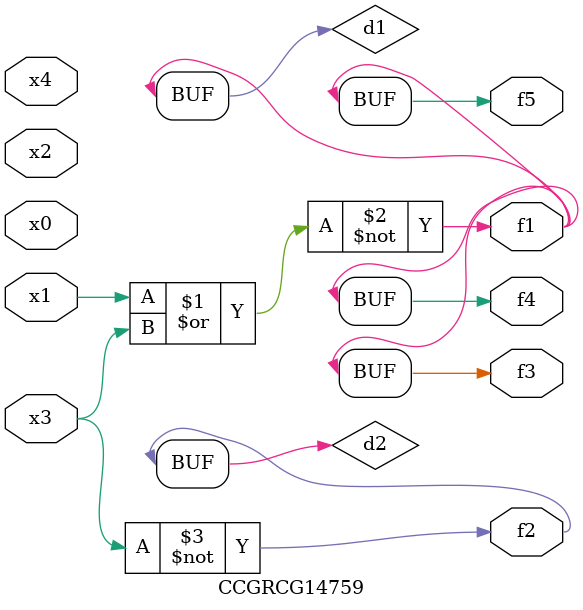
<source format=v>
module CCGRCG14759(
	input x0, x1, x2, x3, x4,
	output f1, f2, f3, f4, f5
);

	wire d1, d2;

	nor (d1, x1, x3);
	not (d2, x3);
	assign f1 = d1;
	assign f2 = d2;
	assign f3 = d1;
	assign f4 = d1;
	assign f5 = d1;
endmodule

</source>
